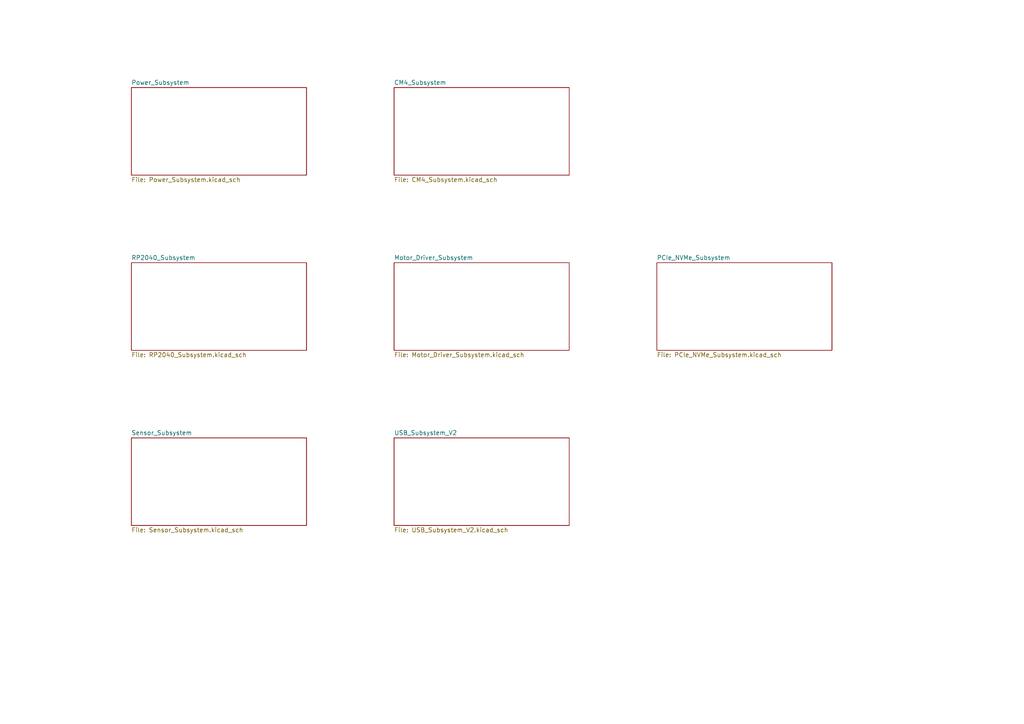
<source format=kicad_sch>
(kicad_sch (version 20230121) (generator eeschema)

  (uuid 00000000-0000-0000-0000-000000000001)

  (paper "A4")

  (title_block
    (title "CM4 Robotics Controller - Clean Version")
    (date "2025-07-03")
    (rev "v1.0")
    (company "")
  )

  (lib_symbols)

  (sheet (at 38.1 25.4) (size 50.8 25.4) (fields_autoplaced)
    (stroke (width 0.1524) (type solid))
    (fill (color 0 0 0 0.0000))
    (uuid 00000000-0000-0000-0000-000000000002)
    (property "Sheetname" "Power_Subsystem" (at 38.1 24.6884 0)
      (effects (font (size 1.27 1.27)) (justify left bottom))
    )
    (property "Sheetfile" "Power_Subsystem.kicad_sch" (at 38.1 51.3846 0)
      (effects (font (size 1.27 1.27)) (justify left top))
    )
    (instances
      (project "CM4_Robotics_Controller_Clean"
        (path "/00000000-0000-0000-0000-000000000001" (page "2"))
      )
    )
  )

  (sheet (at 114.3 25.4) (size 50.8 25.4) (fields_autoplaced)
    (stroke (width 0.1524) (type solid))
    (fill (color 0 0 0 0.0000))
    (uuid 00000000-0000-0000-0000-000000000003)
    (property "Sheetname" "CM4_Subsystem" (at 114.3 24.6884 0)
      (effects (font (size 1.27 1.27)) (justify left bottom))
    )
    (property "Sheetfile" "CM4_Subsystem.kicad_sch" (at 114.3 51.3846 0)
      (effects (font (size 1.27 1.27)) (justify left top))
    )
    (instances
      (project "CM4_Robotics_Controller_Clean"
        (path "/00000000-0000-0000-0000-000000000001" (page "3"))
      )
    )
  )

  (sheet (at 38.1 76.2) (size 50.8 25.4) (fields_autoplaced)
    (stroke (width 0.1524) (type solid))
    (fill (color 0 0 0 0.0000))
    (uuid 00000000-0000-0000-0000-000000000004)
    (property "Sheetname" "RP2040_Subsystem" (at 38.1 75.4884 0)
      (effects (font (size 1.27 1.27)) (justify left bottom))
    )
    (property "Sheetfile" "RP2040_Subsystem.kicad_sch" (at 38.1 102.1846 0)
      (effects (font (size 1.27 1.27)) (justify left top))
    )
    (instances
      (project "CM4_Robotics_Controller_Clean"
        (path "/00000000-0000-0000-0000-000000000001" (page "4"))
      )
    )
  )

  (sheet (at 114.3 76.2) (size 50.8 25.4) (fields_autoplaced)
    (stroke (width 0.1524) (type solid))
    (fill (color 0 0 0 0.0000))
    (uuid 00000000-0000-0000-0000-000000000005)
    (property "Sheetname" "Motor_Driver_Subsystem" (at 114.3 75.4884 0)
      (effects (font (size 1.27 1.27)) (justify left bottom))
    )
    (property "Sheetfile" "Motor_Driver_Subsystem.kicad_sch" (at 114.3 102.1846 0)
      (effects (font (size 1.27 1.27)) (justify left top))
    )
    (instances
      (project "CM4_Robotics_Controller_Clean"
        (path "/00000000-0000-0000-0000-000000000001" (page "5"))
      )
    )
  )

  (sheet (at 38.1 127.0) (size 50.8 25.4) (fields_autoplaced)
    (stroke (width 0.1524) (type solid))
    (fill (color 0 0 0 0.0000))
    (uuid 00000000-0000-0000-0000-000000000006)
    (property "Sheetname" "Sensor_Subsystem" (at 38.1 126.2884 0)
      (effects (font (size 1.27 1.27)) (justify left bottom))
    )
    (property "Sheetfile" "Sensor_Subsystem.kicad_sch" (at 38.1 152.9846 0)
      (effects (font (size 1.27 1.27)) (justify left top))
    )
    (instances
      (project "CM4_Robotics_Controller_Clean"
        (path "/00000000-0000-0000-0000-000000000001" (page "6"))
      )
    )
  )

  (sheet (at 114.3 127.0) (size 50.8 25.4) (fields_autoplaced)
    (stroke (width 0.1524) (type solid))
    (fill (color 0 0 0 0.0000))
    (uuid 00000000-0000-0000-0000-000000000007)
    (property "Sheetname" "USB_Subsystem_V2" (at 114.3 126.2884 0)
      (effects (font (size 1.27 1.27)) (justify left bottom))
    )
    (property "Sheetfile" "USB_Subsystem_V2.kicad_sch" (at 114.3 152.9846 0)
      (effects (font (size 1.27 1.27)) (justify left top))
    )
    (instances
      (project "CM4_Robotics_Controller_Clean"
        (path "/00000000-0000-0000-0000-000000000001" (page "7"))
      )
    )
  )

  (sheet (at 190.5 76.2) (size 50.8 25.4) (fields_autoplaced)
    (stroke (width 0.1524) (type solid))
    (fill (color 0 0 0 0.0000))
    (uuid 00000000-0000-0000-0000-000000000008)
    (property "Sheetname" "PCIe_NVMe_Subsystem" (at 190.5 75.4884 0)
      (effects (font (size 1.27 1.27)) (justify left bottom))
    )
    (property "Sheetfile" "PCIe_NVMe_Subsystem.kicad_sch" (at 190.5 102.1846 0)
      (effects (font (size 1.27 1.27)) (justify left top))
    )
    (instances
      (project "CM4_Robotics_Controller_Clean"
        (path "/00000000-0000-0000-0000-000000000001" (page "8"))
      )
    )
  )

  (sheet_instances
    (path "/" (page "1"))
  )
)



</source>
